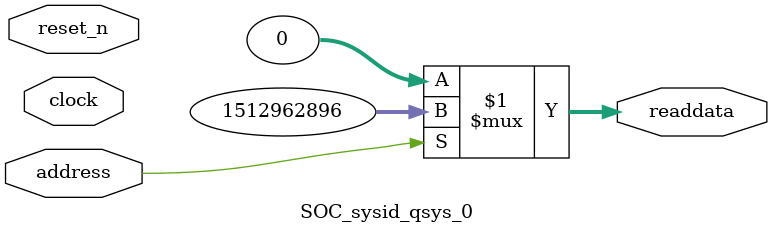
<source format=v>

`timescale 1ns / 1ps
// synthesis translate_on

// turn off superfluous verilog processor warnings 
// altera message_level Level1 
// altera message_off 10034 10035 10036 10037 10230 10240 10030 

module SOC_sysid_qsys_0 (
               // inputs:
                address,
                clock,
                reset_n,

               // outputs:
                readdata
             )
;

  output  [ 31: 0] readdata;
  input            address;
  input            clock;
  input            reset_n;

  wire    [ 31: 0] readdata;
  //control_slave, which is an e_avalon_slave
  assign readdata = address ? 1512962896 : 0;

endmodule




</source>
